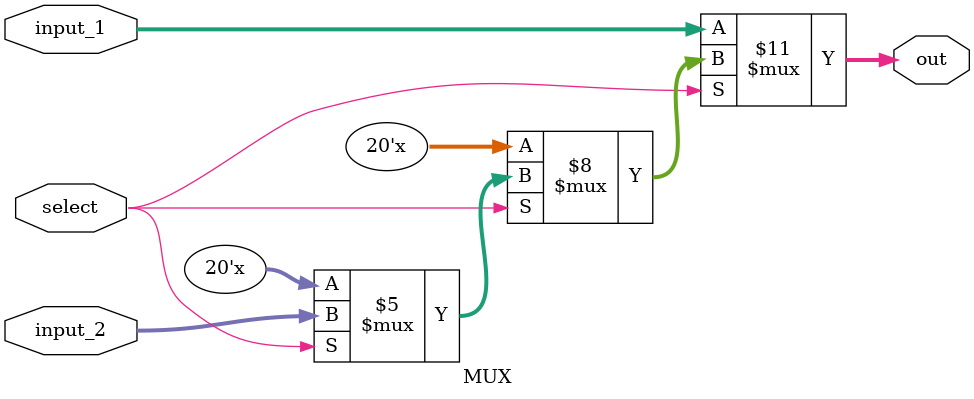
<source format=v>
module MUX (
    input [19:0] input_1, // Input 1
    input [19:0] input_2, // Input 2
    input select,         // Select signal
    output reg [19:0] out // Output
);

always @(*) begin
    if (select == 1'b0) begin
        out = input_1; // Select input_1 when select is 0
    end
    else if (select == 1'b1) begin
        out = input_2; // Select input_2 when select is 1
    end
end

endmodule

</source>
